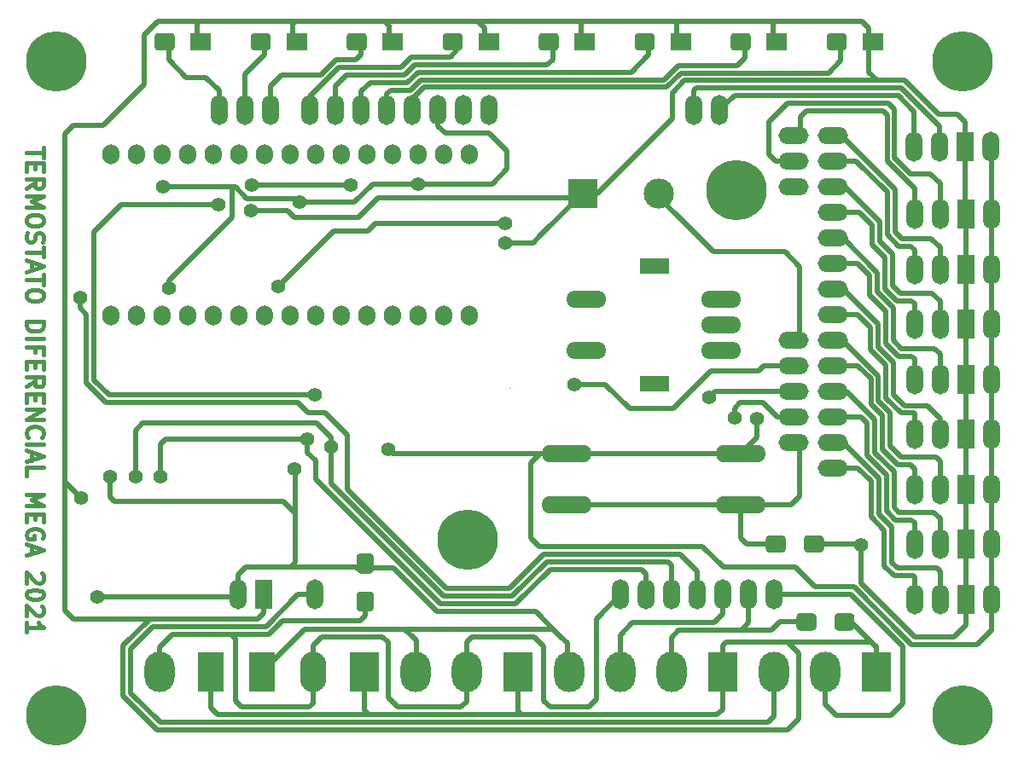
<source format=gbr>
%TF.GenerationSoftware,KiCad,Pcbnew,5.1.10*%
%TF.CreationDate,2021-09-04T21:06:35+02:00*%
%TF.ProjectId,Termostato-Diferencial-Mega,5465726d-6f73-4746-9174-6f2d44696665,rev?*%
%TF.SameCoordinates,PX9048090PY5896390*%
%TF.FileFunction,Copper,L1,Top*%
%TF.FilePolarity,Positive*%
%FSLAX46Y46*%
G04 Gerber Fmt 4.6, Leading zero omitted, Abs format (unit mm)*
G04 Created by KiCad (PCBNEW 5.1.10) date 2021-09-04 21:06:35*
%MOMM*%
%LPD*%
G01*
G04 APERTURE LIST*
%TA.AperFunction,NonConductor*%
%ADD10C,0.400000*%
%TD*%
%TA.AperFunction,NonConductor*%
%ADD11C,0.100000*%
%TD*%
%TA.AperFunction,ComponentPad*%
%ADD12O,1.700000X3.000000*%
%TD*%
%TA.AperFunction,ComponentPad*%
%ADD13R,1.700000X3.000000*%
%TD*%
%TA.AperFunction,ComponentPad*%
%ADD14O,4.000000X1.700000*%
%TD*%
%TA.AperFunction,ComponentPad*%
%ADD15R,3.000000X1.500000*%
%TD*%
%TA.AperFunction,ComponentPad*%
%ADD16O,3.000000X1.700000*%
%TD*%
%TA.AperFunction,ComponentPad*%
%ADD17O,1.700000X2.000000*%
%TD*%
%TA.AperFunction,SMDPad,CuDef*%
%ADD18R,2.000000X1.750000*%
%TD*%
%TA.AperFunction,ComponentPad*%
%ADD19C,6.000000*%
%TD*%
%TA.AperFunction,ComponentPad*%
%ADD20R,3.000000X3.000000*%
%TD*%
%TA.AperFunction,ComponentPad*%
%ADD21O,3.000000X3.000000*%
%TD*%
%TA.AperFunction,ComponentPad*%
%ADD22O,3.000000X4.000000*%
%TD*%
%TA.AperFunction,ComponentPad*%
%ADD23R,2.600000X4.000000*%
%TD*%
%TA.AperFunction,ComponentPad*%
%ADD24O,2.600000X4.000000*%
%TD*%
%TA.AperFunction,ComponentPad*%
%ADD25R,3.000000X4.000000*%
%TD*%
%TA.AperFunction,SMDPad,CuDef*%
%ADD26O,5.000000X1.727200*%
%TD*%
%TA.AperFunction,ViaPad*%
%ADD27C,1.400000*%
%TD*%
%TA.AperFunction,Conductor*%
%ADD28C,0.500000*%
%TD*%
G04 APERTURE END LIST*
D10*
X-46219048Y23888096D02*
X-46219048Y22916667D01*
X-47919048Y23402381D02*
X-46219048Y23402381D01*
X-47028572Y22350000D02*
X-47028572Y21783334D01*
X-47919048Y21540477D02*
X-47919048Y22350000D01*
X-46219048Y22350000D01*
X-46219048Y21540477D01*
X-47919048Y19840477D02*
X-47109524Y20407143D01*
X-47919048Y20811905D02*
X-46219048Y20811905D01*
X-46219048Y20164286D01*
X-46300000Y20002381D01*
X-46380953Y19921429D01*
X-46542858Y19840477D01*
X-46785715Y19840477D01*
X-46947620Y19921429D01*
X-47028572Y20002381D01*
X-47109524Y20164286D01*
X-47109524Y20811905D01*
X-47919048Y19111905D02*
X-46219048Y19111905D01*
X-47433334Y18545239D01*
X-46219048Y17978572D01*
X-47919048Y17978572D01*
X-46219048Y16845239D02*
X-46219048Y16521429D01*
X-46300000Y16359524D01*
X-46461905Y16197620D01*
X-46785715Y16116667D01*
X-47352381Y16116667D01*
X-47676191Y16197620D01*
X-47838096Y16359524D01*
X-47919048Y16521429D01*
X-47919048Y16845239D01*
X-47838096Y17007143D01*
X-47676191Y17169048D01*
X-47352381Y17250000D01*
X-46785715Y17250000D01*
X-46461905Y17169048D01*
X-46300000Y17007143D01*
X-46219048Y16845239D01*
X-47838096Y15469048D02*
X-47919048Y15226191D01*
X-47919048Y14821429D01*
X-47838096Y14659524D01*
X-47757143Y14578572D01*
X-47595239Y14497620D01*
X-47433334Y14497620D01*
X-47271429Y14578572D01*
X-47190477Y14659524D01*
X-47109524Y14821429D01*
X-47028572Y15145239D01*
X-46947620Y15307143D01*
X-46866667Y15388096D01*
X-46704762Y15469048D01*
X-46542858Y15469048D01*
X-46380953Y15388096D01*
X-46300000Y15307143D01*
X-46219048Y15145239D01*
X-46219048Y14740477D01*
X-46300000Y14497620D01*
X-46219048Y14011905D02*
X-46219048Y13040477D01*
X-47919048Y13526191D02*
X-46219048Y13526191D01*
X-47433334Y12554762D02*
X-47433334Y11745239D01*
X-47919048Y12716667D02*
X-46219048Y12150000D01*
X-47919048Y11583334D01*
X-46219048Y11259524D02*
X-46219048Y10288096D01*
X-47919048Y10773810D02*
X-46219048Y10773810D01*
X-46219048Y9397620D02*
X-46219048Y9073810D01*
X-46300000Y8911905D01*
X-46461905Y8750000D01*
X-46785715Y8669048D01*
X-47352381Y8669048D01*
X-47676191Y8750000D01*
X-47838096Y8911905D01*
X-47919048Y9073810D01*
X-47919048Y9397620D01*
X-47838096Y9559524D01*
X-47676191Y9721429D01*
X-47352381Y9802381D01*
X-46785715Y9802381D01*
X-46461905Y9721429D01*
X-46300000Y9559524D01*
X-46219048Y9397620D01*
X-47919048Y6645239D02*
X-46219048Y6645239D01*
X-46219048Y6240477D01*
X-46300000Y5997620D01*
X-46461905Y5835715D01*
X-46623810Y5754762D01*
X-46947620Y5673810D01*
X-47190477Y5673810D01*
X-47514286Y5754762D01*
X-47676191Y5835715D01*
X-47838096Y5997620D01*
X-47919048Y6240477D01*
X-47919048Y6645239D01*
X-47919048Y4945239D02*
X-46219048Y4945239D01*
X-47028572Y3569048D02*
X-47028572Y4135715D01*
X-47919048Y4135715D02*
X-46219048Y4135715D01*
X-46219048Y3326191D01*
X-47028572Y2678572D02*
X-47028572Y2111905D01*
X-47919048Y1869048D02*
X-47919048Y2678572D01*
X-46219048Y2678572D01*
X-46219048Y1869048D01*
X-47919048Y169048D02*
X-47109524Y735715D01*
X-47919048Y1140477D02*
X-46219048Y1140477D01*
X-46219048Y492858D01*
X-46300000Y330953D01*
X-46380953Y250000D01*
X-46542858Y169048D01*
X-46785715Y169048D01*
X-46947620Y250000D01*
X-47028572Y330953D01*
X-47109524Y492858D01*
X-47109524Y1140477D01*
X-47028572Y-559523D02*
X-47028572Y-1126190D01*
X-47919048Y-1369047D02*
X-47919048Y-559523D01*
X-46219048Y-559523D01*
X-46219048Y-1369047D01*
X-47919048Y-2097619D02*
X-46219048Y-2097619D01*
X-47919048Y-3069047D01*
X-46219048Y-3069047D01*
X-47757143Y-4850000D02*
X-47838096Y-4769047D01*
X-47919048Y-4526190D01*
X-47919048Y-4364285D01*
X-47838096Y-4121428D01*
X-47676191Y-3959523D01*
X-47514286Y-3878571D01*
X-47190477Y-3797619D01*
X-46947620Y-3797619D01*
X-46623810Y-3878571D01*
X-46461905Y-3959523D01*
X-46300000Y-4121428D01*
X-46219048Y-4364285D01*
X-46219048Y-4526190D01*
X-46300000Y-4769047D01*
X-46380953Y-4850000D01*
X-47919048Y-5578571D02*
X-46219048Y-5578571D01*
X-47433334Y-6307142D02*
X-47433334Y-7116666D01*
X-47919048Y-6145238D02*
X-46219048Y-6711904D01*
X-47919048Y-7278571D01*
X-47919048Y-8654761D02*
X-47919048Y-7845238D01*
X-46219048Y-7845238D01*
X-47919048Y-10516666D02*
X-46219048Y-10516666D01*
X-47433334Y-11083333D01*
X-46219048Y-11650000D01*
X-47919048Y-11650000D01*
X-47028572Y-12459523D02*
X-47028572Y-13026190D01*
X-47919048Y-13269047D02*
X-47919048Y-12459523D01*
X-46219048Y-12459523D01*
X-46219048Y-13269047D01*
X-46300000Y-14888095D02*
X-46219048Y-14726190D01*
X-46219048Y-14483333D01*
X-46300000Y-14240476D01*
X-46461905Y-14078571D01*
X-46623810Y-13997619D01*
X-46947620Y-13916666D01*
X-47190477Y-13916666D01*
X-47514286Y-13997619D01*
X-47676191Y-14078571D01*
X-47838096Y-14240476D01*
X-47919048Y-14483333D01*
X-47919048Y-14645238D01*
X-47838096Y-14888095D01*
X-47757143Y-14969047D01*
X-47190477Y-14969047D01*
X-47190477Y-14645238D01*
X-47433334Y-15616666D02*
X-47433334Y-16426190D01*
X-47919048Y-15454761D02*
X-46219048Y-16021428D01*
X-47919048Y-16588095D01*
X-46380953Y-18369047D02*
X-46300000Y-18450000D01*
X-46219048Y-18611904D01*
X-46219048Y-19016666D01*
X-46300000Y-19178571D01*
X-46380953Y-19259523D01*
X-46542858Y-19340476D01*
X-46704762Y-19340476D01*
X-46947620Y-19259523D01*
X-47919048Y-18288095D01*
X-47919048Y-19340476D01*
X-46219048Y-20392857D02*
X-46219048Y-20554761D01*
X-46300000Y-20716666D01*
X-46380953Y-20797619D01*
X-46542858Y-20878571D01*
X-46866667Y-20959523D01*
X-47271429Y-20959523D01*
X-47595239Y-20878571D01*
X-47757143Y-20797619D01*
X-47838096Y-20716666D01*
X-47919048Y-20554761D01*
X-47919048Y-20392857D01*
X-47838096Y-20230952D01*
X-47757143Y-20150000D01*
X-47595239Y-20069047D01*
X-47271429Y-19988095D01*
X-46866667Y-19988095D01*
X-46542858Y-20069047D01*
X-46380953Y-20150000D01*
X-46300000Y-20230952D01*
X-46219048Y-20392857D01*
X-46380953Y-21607142D02*
X-46300000Y-21688095D01*
X-46219048Y-21850000D01*
X-46219048Y-22254761D01*
X-46300000Y-22416666D01*
X-46380953Y-22497619D01*
X-46542858Y-22578571D01*
X-46704762Y-22578571D01*
X-46947620Y-22497619D01*
X-47919048Y-21526190D01*
X-47919048Y-22578571D01*
X-47919048Y-24197619D02*
X-47919048Y-23226190D01*
X-47919048Y-23711904D02*
X-46219048Y-23711904D01*
X-46461905Y-23550000D01*
X-46623810Y-23388095D01*
X-46704762Y-23226190D01*
D11*
X50000Y0D02*
G75*
G03*
X50000Y0I-50000J0D01*
G01*
D12*
%TO.P,RELE-3-4,4*%
%TO.N,/PIN10-45*%
X40186400Y-15458900D03*
%TO.P,RELE-3-4,3*%
%TO.N,/PIN10-43*%
X42726400Y-15458900D03*
D13*
%TO.P,RELE-3-4,2*%
%TO.N,GND*%
X45266400Y-15458900D03*
D12*
%TO.P,RELE-3-4,1*%
%TO.N,VCC*%
X47806400Y-15458900D03*
%TD*%
%TO.P,RELE-1-2,4*%
%TO.N,/PIN10-49*%
X40186400Y-20919900D03*
%TO.P,RELE-1-2,3*%
%TO.N,/PIN10-47*%
X42726400Y-20919900D03*
D13*
%TO.P,RELE-1-2,2*%
%TO.N,GND*%
X45266400Y-20919900D03*
D12*
%TO.P,RELE-1-2,1*%
%TO.N,VCC*%
X47806400Y-20919900D03*
%TD*%
%TO.P,PINS5,8*%
%TO.N,Net-(PINS5-Pad8)*%
X-2008800Y27603500D03*
%TO.P,PINS5,7*%
%TO.N,Net-(PINS5-Pad7)*%
X-4548800Y27603500D03*
%TO.P,PINS5,6*%
%TO.N,/PIN5-6*%
X-7088800Y27603500D03*
%TO.P,PINS5,5*%
%TO.N,/PIN5-5*%
X-9628800Y27603500D03*
%TO.P,PINS5,4*%
%TO.N,/PIN5-4*%
X-12168800Y27603500D03*
%TO.P,PINS5,3*%
%TO.N,/PIN5-3*%
X-14708800Y27603500D03*
%TO.P,PINS5,2*%
%TO.N,/PIN5-2*%
X-17248800Y27603500D03*
%TO.P,PINS5,1*%
%TO.N,/PIN5-1*%
X-19788800Y27603500D03*
%TD*%
%TO.P,RELE-5-6,4*%
%TO.N,/PIN10-41*%
X40186400Y-9997900D03*
%TO.P,RELE-5-6,3*%
%TO.N,/PIN10-39*%
X42726400Y-9997900D03*
D13*
%TO.P,RELE-5-6,2*%
%TO.N,GND*%
X45266400Y-9997900D03*
D12*
%TO.P,RELE-5-6,1*%
%TO.N,VCC*%
X47806400Y-9997900D03*
%TD*%
D14*
%TO.P,SW1,5*%
%TO.N,/PIN10-44*%
X21036000Y3750100D03*
%TO.P,SW1,4*%
%TO.N,VCC*%
X21026000Y6300100D03*
%TO.P,SW1,3*%
%TO.N,/PIN10-42*%
X21026000Y8840100D03*
%TO.P,SW1,2*%
%TO.N,VCC*%
X7596000Y8840100D03*
%TO.P,SW1,1*%
%TO.N,/PIN10-40*%
X7596000Y3750100D03*
D15*
%TO.P,SW1,S*%
%TO.N,N/C*%
X14376000Y500100D03*
X14376000Y12120100D03*
%TD*%
D12*
%TO.P,PINS3,8*%
%TO.N,/PIN3-8*%
X26291200Y-20481500D03*
%TO.P,PINS3,7*%
%TO.N,/PIN3-7*%
X23751200Y-20481500D03*
%TO.P,PINS3,6*%
%TO.N,/PIN3-6*%
X21211200Y-20481500D03*
%TO.P,PINS3,5*%
%TO.N,/PIN3-5*%
X18671200Y-20481500D03*
%TO.P,PINS3,4*%
%TO.N,/PIN3-4*%
X16131200Y-20481500D03*
%TO.P,PINS3,3*%
%TO.N,/PIN3-3*%
X13591200Y-20481500D03*
%TO.P,PINS3,2*%
%TO.N,/PIN3-2*%
X11051200Y-20481500D03*
%TD*%
%TO.P,PINS1,8*%
%TO.N,+9V*%
X-19308800Y-20481500D03*
D13*
%TO.P,PINS1,6*%
%TO.N,GND*%
X-24388800Y-20481500D03*
D12*
%TO.P,PINS1,5*%
%TO.N,VCC*%
X-26928800Y-20481500D03*
%TD*%
%TO.P,RELE-7-8,4*%
%TO.N,/PIN10-37*%
X40186400Y-4536900D03*
%TO.P,RELE-7-8,3*%
%TO.N,/PIN10-35*%
X42726400Y-4536900D03*
D13*
%TO.P,RELE-7-8,2*%
%TO.N,GND*%
X45266400Y-4536900D03*
D12*
%TO.P,RELE-7-8,1*%
%TO.N,VCC*%
X47806400Y-4536900D03*
%TD*%
%TO.P,RELE-9-10,4*%
%TO.N,/PIN10-33*%
X40186400Y924100D03*
%TO.P,RELE-9-10,3*%
%TO.N,/PIN10-31*%
X42726400Y924100D03*
D13*
%TO.P,RELE-9-10,2*%
%TO.N,GND*%
X45266400Y924100D03*
D12*
%TO.P,RELE-9-10,1*%
%TO.N,VCC*%
X47806400Y924100D03*
%TD*%
%TO.P,PANTALLA1,4*%
%TO.N,VCC*%
X47745400Y24037100D03*
D13*
%TO.P,PANTALLA1,3*%
%TO.N,GND*%
X45205400Y24037100D03*
D12*
%TO.P,PANTALLA1,2*%
%TO.N,/PIN6-7*%
X42665400Y24037100D03*
%TO.P,PANTALLA1,1*%
%TO.N,/PIN6-8*%
X40125400Y24037100D03*
%TD*%
%TO.P,RELE-15-16,4*%
%TO.N,/PIN10-22*%
X40186400Y17307100D03*
%TO.P,RELE-15-16,3*%
%TO.N,/PIN10-24*%
X42726400Y17307100D03*
D13*
%TO.P,RELE-15-16,2*%
%TO.N,GND*%
X45266400Y17307100D03*
D12*
%TO.P,RELE-15-16,1*%
%TO.N,VCC*%
X47806400Y17307100D03*
%TD*%
%TO.P,RELE-13-14,4*%
%TO.N,/PIN10-25*%
X40186400Y11846100D03*
%TO.P,RELE-13-14,3*%
%TO.N,/PIN10-23*%
X42726400Y11846100D03*
D13*
%TO.P,RELE-13-14,2*%
%TO.N,GND*%
X45266400Y11846100D03*
D12*
%TO.P,RELE-13-14,1*%
%TO.N,VCC*%
X47806400Y11846100D03*
%TD*%
%TO.P,RELE-11-12,4*%
%TO.N,/PIN10-29*%
X40186400Y6385100D03*
%TO.P,RELE-11-12,3*%
%TO.N,/PIN10-27*%
X42726400Y6385100D03*
D13*
%TO.P,RELE-11-12,2*%
%TO.N,GND*%
X45266400Y6385100D03*
D12*
%TO.P,RELE-11-12,1*%
%TO.N,VCC*%
X47806400Y6385100D03*
%TD*%
D16*
%TO.P,PIN10,49*%
%TO.N,/PIN10-49*%
X32110000Y-7910000D03*
%TO.P,PIN10,46*%
%TO.N,/PIN10-46*%
X28170000Y-5370000D03*
%TO.P,PIN10,47*%
%TO.N,/PIN10-47*%
X32110000Y-5370000D03*
%TO.P,PIN10,44*%
%TO.N,/PIN10-44*%
X28170000Y-2830000D03*
%TO.P,PIN10,45*%
%TO.N,/PIN10-45*%
X32110000Y-2830000D03*
%TO.P,PIN10,42*%
%TO.N,/PIN10-42*%
X28170000Y-290000D03*
%TO.P,PIN10,43*%
%TO.N,/PIN10-43*%
X32110000Y-290000D03*
%TO.P,PIN10,40*%
%TO.N,/PIN10-40*%
X28170000Y2250000D03*
%TO.P,PIN10,41*%
%TO.N,/PIN10-41*%
X32110000Y2250000D03*
%TO.P,PIN10,38*%
%TO.N,/PIN10-38*%
X28170000Y4790000D03*
%TO.P,PIN10,39*%
%TO.N,/PIN10-39*%
X32110000Y4790000D03*
%TO.P,PIN10,37*%
%TO.N,/PIN10-37*%
X32110000Y7330000D03*
%TO.P,PIN10,35*%
%TO.N,/PIN10-35*%
X32110000Y9870000D03*
%TO.P,PIN10,33*%
%TO.N,/PIN10-33*%
X32110000Y12410000D03*
%TO.P,PIN10,31*%
%TO.N,/PIN10-31*%
X32110000Y14950000D03*
%TO.P,PIN10,29*%
%TO.N,/PIN10-29*%
X32110000Y17490000D03*
%TO.P,PIN10,27*%
%TO.N,/PIN10-27*%
X32110000Y20030000D03*
%TO.P,PIN10,24*%
%TO.N,/PIN10-24*%
X28170000Y22570000D03*
%TO.P,PIN10,25*%
%TO.N,/PIN10-25*%
X32110000Y22570000D03*
%TO.P,PIN10,22*%
%TO.N,/PIN10-22*%
X28170000Y25110000D03*
%TO.P,PIN10,23*%
%TO.N,/PIN10-23*%
X32110000Y25110000D03*
%TO.P,PIN10,26*%
%TO.N,/PIN10-26*%
X28170000Y20030000D03*
%TD*%
D12*
%TO.P,PINS6,8*%
%TO.N,/PIN6-8*%
X20861200Y27603500D03*
%TO.P,PINS6,7*%
%TO.N,/PIN6-7*%
X18321200Y27603500D03*
%TD*%
D17*
%TO.P,P2,15*%
%TO.N,/DX24*%
X-3978800Y7240500D03*
%TO.P,P2,14*%
%TO.N,/DX23*%
X-6518800Y7240500D03*
%TO.P,P2,13*%
%TO.N,/PIN5-6*%
X-9058800Y7240500D03*
%TO.P,P2,12*%
%TO.N,/DX22*%
X-11598800Y7240500D03*
%TO.P,P2,11*%
%TO.N,/DX21*%
X-14138800Y7240500D03*
%TO.P,P2,10*%
%TO.N,/DX20*%
X-16678800Y7240500D03*
%TO.P,P2,9*%
%TO.N,/DX19*%
X-19218800Y7240500D03*
%TO.P,P2,8*%
%TO.N,/PIN5-6*%
X-21758800Y7240500D03*
%TO.P,P2,7*%
%TO.N,/DX18*%
X-24298800Y7240500D03*
%TO.P,P2,6*%
%TO.N,/DX17*%
X-26838800Y7240500D03*
%TO.P,P2,5*%
%TO.N,/DX16*%
X-29378800Y7240500D03*
%TO.P,P2,4*%
%TO.N,/DX15*%
X-31918800Y7240500D03*
%TO.P,P2,3*%
%TO.N,/PIN5-6*%
X-34458800Y7240500D03*
%TO.P,P2,2*%
%TO.N,/DX14*%
X-36998800Y7240500D03*
%TO.P,P2,1*%
%TO.N,/DX13*%
X-39538800Y7240500D03*
%TD*%
%TO.P,P1,15*%
%TO.N,/DX12*%
X-3978800Y23242500D03*
%TO.P,P1,14*%
%TO.N,/DX11*%
X-6518800Y23242500D03*
%TO.P,P1,13*%
%TO.N,/PIN5-6*%
X-9058800Y23242500D03*
%TO.P,P1,12*%
%TO.N,/DX10*%
X-11598800Y23242500D03*
%TO.P,P1,11*%
%TO.N,/DX9*%
X-14138800Y23242500D03*
%TO.P,P1,10*%
%TO.N,/DX8*%
X-16678800Y23242500D03*
%TO.P,P1,9*%
%TO.N,/DX7*%
X-19218800Y23242500D03*
%TO.P,P1,8*%
%TO.N,/PIN5-6*%
X-21758800Y23242500D03*
%TO.P,P1,7*%
%TO.N,/DX6*%
X-24298800Y23242500D03*
%TO.P,P1,6*%
%TO.N,/DX5*%
X-26838800Y23242500D03*
%TO.P,P1,5*%
%TO.N,/DX4*%
X-29378800Y23242500D03*
%TO.P,P1,4*%
%TO.N,/DX3*%
X-31918800Y23242500D03*
%TO.P,P1,3*%
%TO.N,/PIN5-6*%
X-34458800Y23242500D03*
%TO.P,P1,2*%
%TO.N,/DX2*%
X-36998800Y23242500D03*
%TO.P,P1,1*%
%TO.N,/DX1*%
X-39538800Y23242500D03*
%TD*%
D12*
%TO.P,PINS4,8*%
%TO.N,/PIN4-8*%
X-23718800Y27608500D03*
%TO.P,PINS4,7*%
%TO.N,/PIN4-7*%
X-26258800Y27608500D03*
%TO.P,PINS4,6*%
%TO.N,/PIN4-6*%
X-28798800Y27608500D03*
%TD*%
%TO.P,D2,2*%
%TO.N,/PIN4-7*%
%TA.AperFunction,SMDPad,CuDef*%
G36*
G01*
X-23668600Y34942900D02*
X-23668600Y33892900D01*
G75*
G02*
X-24018600Y33542900I-350000J0D01*
G01*
X-25318600Y33542900D01*
G75*
G02*
X-25668600Y33892900I0J350000D01*
G01*
X-25668600Y34942900D01*
G75*
G02*
X-25318600Y35292900I350000J0D01*
G01*
X-24018600Y35292900D01*
G75*
G02*
X-23668600Y34942900I0J-350000D01*
G01*
G37*
%TD.AperFunction*%
D18*
%TO.P,D2,1*%
%TO.N,GND*%
X-21108600Y34417900D03*
%TD*%
D19*
%TO.P,TORNILLO-1,1*%
%TO.N,N/C*%
X-44987200Y32490400D03*
%TD*%
D20*
%TO.P,SP1,2*%
%TO.N,GND*%
X7262000Y19367000D03*
D21*
%TO.P,SP1,1*%
%TO.N,/PIN10-38*%
X14862000Y19367000D03*
%TD*%
D22*
%TO.P,J1,15*%
%TO.N,/PIN3-2*%
X-34747600Y-28185500D03*
D23*
%TO.P,J1,14*%
%TO.N,GND*%
X-29667600Y-28185500D03*
%TO.P,J1,13*%
%TO.N,VCC*%
X-24587600Y-28185500D03*
D24*
%TO.P,J1,12*%
%TO.N,/PIN3-2*%
X-19507600Y-28185500D03*
D25*
%TO.P,J1,11*%
%TO.N,GND*%
X-14427600Y-28185500D03*
D22*
%TO.P,J1,10*%
%TO.N,VCC*%
X-9347600Y-28185500D03*
%TO.P,J1,9*%
%TO.N,/PIN3-2*%
X-4267600Y-28185500D03*
D25*
%TO.P,J1,8*%
%TO.N,GND*%
X812400Y-28185500D03*
D22*
%TO.P,J1,7*%
%TO.N,VCC*%
X5892400Y-28185500D03*
%TO.P,J1,6*%
%TO.N,/PIN3-6*%
X10972400Y-28185500D03*
%TO.P,J1,5*%
%TO.N,/PIN3-7*%
X16052400Y-28185500D03*
D25*
%TO.P,J1,4*%
%TO.N,GND*%
X21132400Y-28185500D03*
D22*
%TO.P,J1,3*%
%TO.N,+9V*%
X26212400Y-28185500D03*
%TO.P,J1,2*%
%TO.N,/PIN3-8*%
X31292400Y-28185500D03*
D25*
%TO.P,J1,1*%
%TO.N,GND*%
X36372400Y-28185500D03*
%TD*%
D19*
%TO.P,TORNILLO-5,1*%
%TO.N,N/C*%
X-44987200Y-32490400D03*
%TD*%
%TO.P,TORNILLO-6,1*%
%TO.N,N/C*%
X44987200Y-32490400D03*
%TD*%
%TO.P,TORNILLO-4,1*%
%TO.N,N/C*%
X-4166000Y-15052400D03*
%TD*%
%TO.P,TORNILLO-2,1*%
%TO.N,N/C*%
X44987200Y32490400D03*
%TD*%
%TO.P,TORNILLO-3,1*%
%TO.N,N/C*%
X22549000Y19675000D03*
%TD*%
D26*
%TO.P,SW2,1*%
%TO.N,VCC*%
X22926000Y-6480000D03*
%TO.P,SW2,2*%
%TO.N,/PIN10-46*%
X22926000Y-11560000D03*
%TO.P,SW2,1*%
%TO.N,VCC*%
X5654000Y-6480000D03*
%TO.P,SW2,2*%
%TO.N,/PIN10-46*%
X5654000Y-11560000D03*
%TD*%
%TO.P,D5,2*%
%TO.N,/PIN5-2*%
%TA.AperFunction,SMDPad,CuDef*%
G36*
G01*
X4906400Y34942900D02*
X4906400Y33892900D01*
G75*
G02*
X4556400Y33542900I-350000J0D01*
G01*
X3256400Y33542900D01*
G75*
G02*
X2906400Y33892900I0J350000D01*
G01*
X2906400Y34942900D01*
G75*
G02*
X3256400Y35292900I350000J0D01*
G01*
X4556400Y35292900D01*
G75*
G02*
X4906400Y34942900I0J-350000D01*
G01*
G37*
%TD.AperFunction*%
D18*
%TO.P,D5,1*%
%TO.N,GND*%
X7466400Y34417900D03*
%TD*%
%TO.P,RS1,2*%
%TO.N,VCC*%
%TA.AperFunction,SMDPad,CuDef*%
G36*
G01*
X-13823500Y-18377500D02*
X-14796500Y-18377500D01*
G75*
G02*
X-15185000Y-17989000I0J388500D01*
G01*
X-15185000Y-16766000D01*
G75*
G02*
X-14796500Y-16377500I388500J0D01*
G01*
X-13823500Y-16377500D01*
G75*
G02*
X-13435000Y-16766000I0J-388500D01*
G01*
X-13435000Y-17989000D01*
G75*
G02*
X-13823500Y-18377500I-388500J0D01*
G01*
G37*
%TD.AperFunction*%
%TO.P,RS1,1*%
%TO.N,/PIN3-2*%
%TA.AperFunction,SMDPad,CuDef*%
G36*
G01*
X-13823500Y-22162500D02*
X-14796500Y-22162500D01*
G75*
G02*
X-15185000Y-21774000I0J388500D01*
G01*
X-15185000Y-20551000D01*
G75*
G02*
X-14796500Y-20162500I388500J0D01*
G01*
X-13823500Y-20162500D01*
G75*
G02*
X-13435000Y-20551000I0J-388500D01*
G01*
X-13435000Y-21774000D01*
G75*
G02*
X-13823500Y-22162500I-388500J0D01*
G01*
G37*
%TD.AperFunction*%
%TD*%
%TO.P,RKB1,2*%
%TO.N,GND*%
%TA.AperFunction,SMDPad,CuDef*%
G36*
G01*
X29212500Y-15936500D02*
X29212500Y-14963500D01*
G75*
G02*
X29601000Y-14575000I388500J0D01*
G01*
X30824000Y-14575000D01*
G75*
G02*
X31212500Y-14963500I0J-388500D01*
G01*
X31212500Y-15936500D01*
G75*
G02*
X30824000Y-16325000I-388500J0D01*
G01*
X29601000Y-16325000D01*
G75*
G02*
X29212500Y-15936500I0J388500D01*
G01*
G37*
%TD.AperFunction*%
%TO.P,RKB1,1*%
%TO.N,/PIN10-46*%
%TA.AperFunction,SMDPad,CuDef*%
G36*
G01*
X25427500Y-15936500D02*
X25427500Y-14963500D01*
G75*
G02*
X25816000Y-14575000I388500J0D01*
G01*
X27039000Y-14575000D01*
G75*
G02*
X27427500Y-14963500I0J-388500D01*
G01*
X27427500Y-15936500D01*
G75*
G02*
X27039000Y-16325000I-388500J0D01*
G01*
X25816000Y-16325000D01*
G75*
G02*
X25427500Y-15936500I0J388500D01*
G01*
G37*
%TD.AperFunction*%
%TD*%
%TO.P,D8,2*%
%TO.N,/PIN5-5*%
%TA.AperFunction,SMDPad,CuDef*%
G36*
G01*
X33481400Y34942900D02*
X33481400Y33892900D01*
G75*
G02*
X33131400Y33542900I-350000J0D01*
G01*
X31831400Y33542900D01*
G75*
G02*
X31481400Y33892900I0J350000D01*
G01*
X31481400Y34942900D01*
G75*
G02*
X31831400Y35292900I350000J0D01*
G01*
X33131400Y35292900D01*
G75*
G02*
X33481400Y34942900I0J-350000D01*
G01*
G37*
%TD.AperFunction*%
%TO.P,D8,1*%
%TO.N,GND*%
X36041400Y34417900D03*
%TD*%
%TO.P,D7,2*%
%TO.N,/PIN5-4*%
%TA.AperFunction,SMDPad,CuDef*%
G36*
G01*
X23956400Y34942900D02*
X23956400Y33892900D01*
G75*
G02*
X23606400Y33542900I-350000J0D01*
G01*
X22306400Y33542900D01*
G75*
G02*
X21956400Y33892900I0J350000D01*
G01*
X21956400Y34942900D01*
G75*
G02*
X22306400Y35292900I350000J0D01*
G01*
X23606400Y35292900D01*
G75*
G02*
X23956400Y34942900I0J-350000D01*
G01*
G37*
%TD.AperFunction*%
%TO.P,D7,1*%
%TO.N,GND*%
X26516400Y34417900D03*
%TD*%
%TO.P,D6,2*%
%TO.N,/PIN5-3*%
%TA.AperFunction,SMDPad,CuDef*%
G36*
G01*
X14431400Y34942900D02*
X14431400Y33892900D01*
G75*
G02*
X14081400Y33542900I-350000J0D01*
G01*
X12781400Y33542900D01*
G75*
G02*
X12431400Y33892900I0J350000D01*
G01*
X12431400Y34942900D01*
G75*
G02*
X12781400Y35292900I350000J0D01*
G01*
X14081400Y35292900D01*
G75*
G02*
X14431400Y34942900I0J-350000D01*
G01*
G37*
%TD.AperFunction*%
%TO.P,D6,1*%
%TO.N,GND*%
X16991400Y34417900D03*
%TD*%
%TO.P,D4,2*%
%TO.N,/PIN5-1*%
%TA.AperFunction,SMDPad,CuDef*%
G36*
G01*
X-4618600Y34942900D02*
X-4618600Y33892900D01*
G75*
G02*
X-4968600Y33542900I-350000J0D01*
G01*
X-6268600Y33542900D01*
G75*
G02*
X-6618600Y33892900I0J350000D01*
G01*
X-6618600Y34942900D01*
G75*
G02*
X-6268600Y35292900I350000J0D01*
G01*
X-4968600Y35292900D01*
G75*
G02*
X-4618600Y34942900I0J-350000D01*
G01*
G37*
%TD.AperFunction*%
%TO.P,D4,1*%
%TO.N,GND*%
X-2058600Y34417900D03*
%TD*%
%TO.P,D3,2*%
%TO.N,/PIN4-8*%
%TA.AperFunction,SMDPad,CuDef*%
G36*
G01*
X-14143600Y34942900D02*
X-14143600Y33892900D01*
G75*
G02*
X-14493600Y33542900I-350000J0D01*
G01*
X-15793600Y33542900D01*
G75*
G02*
X-16143600Y33892900I0J350000D01*
G01*
X-16143600Y34942900D01*
G75*
G02*
X-15793600Y35292900I350000J0D01*
G01*
X-14493600Y35292900D01*
G75*
G02*
X-14143600Y34942900I0J-350000D01*
G01*
G37*
%TD.AperFunction*%
%TO.P,D3,1*%
%TO.N,GND*%
X-11583600Y34417900D03*
%TD*%
%TO.P,D1,2*%
%TO.N,/PIN4-6*%
%TA.AperFunction,SMDPad,CuDef*%
G36*
G01*
X-33193500Y34942900D02*
X-33193500Y33892900D01*
G75*
G02*
X-33543500Y33542900I-350000J0D01*
G01*
X-34843500Y33542900D01*
G75*
G02*
X-35193500Y33892900I0J350000D01*
G01*
X-35193500Y34942900D01*
G75*
G02*
X-34843500Y35292900I350000J0D01*
G01*
X-33543500Y35292900D01*
G75*
G02*
X-33193500Y34942900I0J-350000D01*
G01*
G37*
%TD.AperFunction*%
%TO.P,D1,1*%
%TO.N,GND*%
X-30633500Y34417900D03*
%TD*%
%TO.P,RAE1,1*%
%TO.N,GND*%
%TA.AperFunction,SMDPad,CuDef*%
G36*
G01*
X34250500Y-22696500D02*
X34250500Y-23669500D01*
G75*
G02*
X33862000Y-24058000I-388500J0D01*
G01*
X32639000Y-24058000D01*
G75*
G02*
X32250500Y-23669500I0J388500D01*
G01*
X32250500Y-22696500D01*
G75*
G02*
X32639000Y-22308000I388500J0D01*
G01*
X33862000Y-22308000D01*
G75*
G02*
X34250500Y-22696500I0J-388500D01*
G01*
G37*
%TD.AperFunction*%
%TO.P,RAE1,2*%
%TO.N,/PIN3-7*%
%TA.AperFunction,SMDPad,CuDef*%
G36*
G01*
X30465500Y-22696500D02*
X30465500Y-23669500D01*
G75*
G02*
X30077000Y-24058000I-388500J0D01*
G01*
X28854000Y-24058000D01*
G75*
G02*
X28465500Y-23669500I0J388500D01*
G01*
X28465500Y-22696500D01*
G75*
G02*
X28854000Y-22308000I388500J0D01*
G01*
X30077000Y-22308000D01*
G75*
G02*
X30465500Y-22696500I0J-388500D01*
G01*
G37*
%TD.AperFunction*%
%TD*%
D27*
%TO.N,VCC*%
X24540000Y-3040000D03*
X-39624000Y-8736600D03*
X-21349000Y-7967000D03*
X-40891000Y-20742000D03*
X-12030000Y-6020000D03*
%TO.N,GND*%
X-25640000Y17630000D03*
X-384000Y14460000D03*
X-42487000Y-10919000D03*
X34870000Y-15530000D03*
%TO.N,/DX5*%
X-28870000Y18270000D03*
X-19260000Y-650000D03*
%TO.N,/DX18*%
X-384000Y16420000D03*
X-22930000Y10120000D03*
%TO.N,/DX17*%
X-25562800Y20220000D03*
X-15740000Y20220000D03*
%TO.N,/PIN5-6*%
X-34340000Y19990000D03*
X-20850000Y18490000D03*
X-33780000Y9920000D03*
X-9060000Y20310000D03*
%TO.N,/PIN10-42*%
X19810000Y-900000D03*
%TO.N,/PIN10-40*%
X6420000Y420000D03*
%TO.N,/PIN10-44*%
X22330000Y-2960000D03*
%TO.N,/PIN3-5*%
X-42600000Y8990000D03*
%TO.N,/PIN3-4*%
X-37086000Y-8747000D03*
X-17710000Y-5786000D03*
%TO.N,/PIN3-3*%
X-20040000Y-5010000D03*
X-34650000Y-8758000D03*
%TD*%
D28*
%TO.N,VCC*%
X-9246000Y-25047000D02*
X-9493500Y-24799500D01*
X-9246000Y-26218000D02*
X-9246000Y-25047000D01*
X-9246000Y-27854000D02*
X-9246000Y-26218000D01*
X-10395000Y-23898000D02*
X-9493500Y-24799500D01*
X-11288000Y-23898000D02*
X-10395000Y-23898000D01*
X22926000Y-6480000D02*
X5654000Y-6480000D01*
X5740000Y-25287000D02*
X5740000Y-28362000D01*
X-39624000Y-9159600D02*
X-39624000Y-10836400D01*
X-39624000Y-8736600D02*
X-39624000Y-10836400D01*
X-39209400Y-11251000D02*
X-39624000Y-10836400D01*
X-34874000Y-11251000D02*
X-39209400Y-11251000D01*
X-34874000Y-11251000D02*
X-26789000Y-11251000D01*
X-40891000Y-20742000D02*
X-26772000Y-20742000D01*
X47806400Y-20919900D02*
X47806400Y-15458900D01*
X47806400Y-15458900D02*
X47806400Y-9997900D01*
X47806400Y-9997900D02*
X47806400Y-4536900D01*
X47806400Y-4536900D02*
X47806400Y924100D01*
X47806400Y924100D02*
X47806400Y6385100D01*
X47806400Y6385100D02*
X47806400Y11846100D01*
X47806400Y11846100D02*
X47806400Y17307100D01*
X47806400Y23976100D02*
X47745400Y24037100D01*
X47806400Y17307100D02*
X47806400Y23976100D01*
X-22393000Y-11251000D02*
X-21248000Y-12396000D01*
X-25728000Y-11251000D02*
X-22393000Y-11251000D01*
X-26789000Y-11251000D02*
X-25728000Y-11251000D01*
X-21248000Y-8181000D02*
X-21248000Y-9600000D01*
X-21248000Y-9600000D02*
X-21248000Y-12396000D01*
X-21248000Y-8068000D02*
X-21349000Y-7967000D01*
X-21248000Y-9600000D02*
X-21248000Y-8068000D01*
X-11288000Y-23898000D02*
X-9022000Y-23898000D01*
X-26928800Y-20481500D02*
X-26928800Y-18508800D01*
X-26928800Y-18508800D02*
X-26120000Y-17700000D01*
X-21248000Y-17268000D02*
X-21680000Y-17700000D01*
X-26120000Y-17700000D02*
X-21680000Y-17700000D01*
X-21248000Y-12396000D02*
X-21248000Y-16118000D01*
X-21248000Y-16118000D02*
X-21248000Y-17268000D01*
X-20300100Y-23898000D02*
X-24587600Y-28185500D01*
X-11288000Y-23898000D02*
X-20300100Y-23898000D01*
X-21680000Y-17700000D02*
X-19060000Y-17700000D01*
X-5582000Y-23898000D02*
X4351000Y-23898000D01*
X-9022000Y-23898000D02*
X-5582000Y-23898000D01*
X-15040000Y-17870000D02*
X-15210000Y-17700000D01*
X-15210000Y-17700000D02*
X-13755320Y-17700000D01*
X-19060000Y-17700000D02*
X-15210000Y-17700000D01*
X-11570000Y-6480000D02*
X-12030000Y-6020000D01*
X5654000Y-6480000D02*
X-11570000Y-6480000D01*
X-14310000Y-17807500D02*
X-11511491Y-17807500D01*
X-6542325Y-22152027D02*
X-6542322Y-22152030D01*
X-7166965Y-22152027D02*
X-6542325Y-22152027D01*
X-11511491Y-17807500D02*
X-7166965Y-22152027D01*
X2605030Y-22152030D02*
X5116500Y-24663500D01*
X-6542322Y-22152030D02*
X2605030Y-22152030D01*
X5116500Y-24663500D02*
X5740000Y-25287000D01*
X4351000Y-23898000D02*
X5116500Y-24663500D01*
X24540000Y-4866000D02*
X22926000Y-6480000D01*
X24540000Y-3040000D02*
X24540000Y-4866000D01*
X47806400Y-23993600D02*
X46390000Y-25410000D01*
X46390000Y-25410000D02*
X39886331Y-25410000D01*
X39886331Y-25410000D02*
X39332320Y-24855990D01*
X19161980Y-15691980D02*
X3011980Y-15691980D01*
X3040000Y-6480000D02*
X5654000Y-6480000D01*
X39332320Y-24855990D02*
X34203821Y-19727490D01*
X34203821Y-19727490D02*
X30307490Y-19727490D01*
X30307490Y-19727490D02*
X28330000Y-17750000D01*
X47806400Y-20919900D02*
X47806400Y-23993600D01*
X28330000Y-17750000D02*
X21220000Y-17750000D01*
X21220000Y-17750000D02*
X19161980Y-15691980D01*
X3011980Y-15691980D02*
X2140000Y-14820000D01*
X2140000Y-14820000D02*
X2140000Y-7380000D01*
X2140000Y-7380000D02*
X3040000Y-6480000D01*
%TO.N,GND*%
X-29667600Y-28185500D02*
X-29667600Y-31716700D01*
X36372400Y-28185500D02*
X36372400Y-27184300D01*
X-23844905Y36455400D02*
X-23852015Y36462510D01*
X-21222100Y36455400D02*
X-23844905Y36455400D01*
X-23852015Y36462510D02*
X-27327090Y36462510D01*
X35661400Y35782100D02*
X34988100Y36455400D01*
X35661400Y34417900D02*
X35661400Y35782100D01*
X-21488600Y36188900D02*
X-21222100Y36455400D01*
X-21488600Y34417900D02*
X-21488600Y36188900D01*
X-11963600Y36061500D02*
X-12357500Y36455400D01*
X-11963600Y34417900D02*
X-11963600Y36061500D01*
X-12357500Y36455400D02*
X-21222100Y36455400D01*
X-2438600Y35794800D02*
X-3099200Y36455400D01*
X-2438600Y34417900D02*
X-2438600Y35794800D01*
X7086400Y36265100D02*
X7276700Y36455400D01*
X7086400Y34417900D02*
X7086400Y36265100D01*
X7276700Y36455400D02*
X-3099200Y36455400D01*
X16611400Y36417100D02*
X16573100Y36455400D01*
X16611400Y34417900D02*
X16611400Y36417100D01*
X16573100Y36455400D02*
X7276700Y36455400D01*
X26136400Y36442900D02*
X26148900Y36455400D01*
X26136400Y34417900D02*
X26136400Y36442900D01*
X26148900Y36455400D02*
X16573100Y36455400D01*
X36244330Y-25519530D02*
X36372400Y-25647600D01*
X36372400Y-28185500D02*
X36372400Y-25647600D01*
X34988100Y36455400D02*
X26148900Y36455400D01*
X914000Y-28108000D02*
X914000Y-27092000D01*
X660000Y-28616000D02*
X660000Y-29378000D01*
X-28970300Y-32414000D02*
X-29667600Y-31716700D01*
X-14427600Y-31989400D02*
X-14003000Y-32414000D01*
X-14427600Y-28185500D02*
X-14427600Y-31989400D01*
X-14003000Y-32414000D02*
X-28970300Y-32414000D01*
X812400Y-28185500D02*
X812400Y-32055400D01*
X812400Y-32055400D02*
X1171000Y-32414000D01*
X1171000Y-32414000D02*
X-14003000Y-32414000D01*
X19845000Y-32414000D02*
X1171000Y-32414000D01*
X-35665710Y-22905710D02*
X-39248110Y-22905710D01*
X-3099200Y36455400D02*
X-12357500Y36455400D01*
X45205400Y17368100D02*
X45266400Y17307100D01*
X45205400Y24037100D02*
X45205400Y17368100D01*
X45266400Y17307100D02*
X45266400Y11846100D01*
X45266400Y11846100D02*
X45266400Y6385100D01*
X45266400Y6385100D02*
X45266400Y924100D01*
X45266400Y924100D02*
X45266400Y-4536900D01*
X45266400Y-4536900D02*
X45266400Y-9997900D01*
X45266400Y-9997900D02*
X45266400Y-15458900D01*
X45266400Y-15458900D02*
X45266400Y-20919900D01*
X32820500Y-23183000D02*
X33907800Y-23183000D01*
X-24388800Y-20481500D02*
X-24388800Y-22338800D01*
X-24955710Y-22905710D02*
X-26275710Y-22905710D01*
X-24388800Y-22338800D02*
X-24955710Y-22905710D01*
X-35665710Y-22905710D02*
X-26275710Y-22905710D01*
X33907800Y-23183000D02*
X35917400Y-25192600D01*
X35917400Y-25192600D02*
X36244330Y-25519530D01*
X21132400Y-25567600D02*
X21132400Y-28185500D01*
X21507400Y-25192600D02*
X21132400Y-25567600D01*
X35917400Y-25192600D02*
X27252600Y-25192600D01*
X27252600Y-25192600D02*
X21507400Y-25192600D01*
X35661400Y31388600D02*
X36480000Y30570000D01*
X35661400Y34417900D02*
X35661400Y31388600D01*
X45205400Y26444600D02*
X45205400Y24037100D01*
X42558831Y27210000D02*
X44440000Y27210000D01*
X39198831Y30570000D02*
X42558831Y27210000D01*
X44440000Y27210000D02*
X45205400Y26444600D01*
X36480000Y30570000D02*
X39198831Y30570000D01*
X-38324010Y-25564010D02*
X-35665710Y-22905710D01*
X-38324010Y-30552321D02*
X-38324010Y-25564010D01*
X-34954311Y-33922020D02*
X-38324010Y-30552321D01*
X27637980Y-33922020D02*
X-34954311Y-33922020D01*
X28740000Y-32820000D02*
X27637980Y-33922020D01*
X28740000Y-26290000D02*
X28740000Y-32820000D01*
X27642600Y-25192600D02*
X28740000Y-26290000D01*
X27252600Y-25192600D02*
X27642600Y-25192600D01*
X21132400Y-28185500D02*
X21132400Y-31867600D01*
X20586000Y-32414000D02*
X19845000Y-32414000D01*
X21132400Y-31867600D02*
X20586000Y-32414000D01*
X2355000Y14460000D02*
X3052500Y15157500D01*
X-384000Y14460000D02*
X2355000Y14460000D01*
X7262000Y19367000D02*
X3052500Y15157500D01*
X34790000Y-15450000D02*
X34870000Y-15530000D01*
X29782500Y-15450000D02*
X34790000Y-15450000D01*
X-44090839Y-9315161D02*
X-42487000Y-10919000D01*
X-44090839Y-7779161D02*
X-44090839Y-22049161D01*
X-44090839Y-7779161D02*
X-44090839Y-9315161D01*
X-43234290Y-22905710D02*
X-40884290Y-22905710D01*
X-44090839Y-22049161D02*
X-43234290Y-22905710D01*
X-39248110Y-22905710D02*
X-40884290Y-22905710D01*
X-36220800Y35087200D02*
X-36220800Y30169200D01*
X-34845490Y36462510D02*
X-36220800Y35087200D01*
X-31013500Y36206500D02*
X-30757490Y36462510D01*
X-31013500Y34417900D02*
X-31013500Y36206500D01*
X-30757490Y36462510D02*
X-34845490Y36462510D01*
X-27327090Y36462510D02*
X-30757490Y36462510D01*
X7262000Y19367000D02*
X8707000Y19367000D01*
X8707000Y19367000D02*
X16150000Y26810000D01*
X16150000Y29350000D02*
X17370000Y30570000D01*
X16150000Y26810000D02*
X16150000Y29350000D01*
X36480000Y30570000D02*
X17370000Y30570000D01*
X45266400Y-20919900D02*
X45266400Y-23499590D01*
X45266400Y-23499590D02*
X44110000Y-24655990D01*
X44110000Y-24655990D02*
X40198651Y-24655990D01*
X40198651Y-24655990D02*
X34870000Y-19327340D01*
X34870000Y-19327340D02*
X34870000Y-18120000D01*
X34870000Y-18120000D02*
X34870000Y-15530000D01*
X-43261678Y26110000D02*
X-44090839Y25280839D01*
X-40280000Y26110000D02*
X-43261678Y26110000D01*
X-44090839Y25280839D02*
X-44090839Y-7779161D01*
X-36220800Y30169200D02*
X-40280000Y26110000D01*
X-14981264Y16960000D02*
X-13031264Y18910000D01*
X-13031264Y18910000D02*
X6805000Y18910000D01*
X6805000Y18910000D02*
X7262000Y19367000D01*
X-19529000Y16960000D02*
X-21360000Y16960000D01*
X-25640000Y17630000D02*
X-22030000Y17630000D01*
X-22030000Y17630000D02*
X-21360000Y16960000D01*
X-19529000Y16960000D02*
X-14981264Y16960000D01*
%TO.N,+9V*%
X-20981598Y-20481500D02*
X-19308800Y-20481500D01*
X-35353390Y-23659720D02*
X-24159818Y-23659720D01*
X-24159818Y-23659720D02*
X-20981598Y-20481500D01*
X-37570000Y-25876330D02*
X-35353390Y-23659720D01*
X-37570000Y-30240000D02*
X-37570000Y-25876330D01*
X-34641990Y-33168010D02*
X-37570000Y-30240000D01*
X25621990Y-33168010D02*
X-34641990Y-33168010D01*
X26212400Y-32577600D02*
X25621990Y-33168010D01*
X26212400Y-28185500D02*
X26212400Y-32577600D01*
%TO.N,/DX5*%
X-41192801Y819131D02*
X-41192801Y15557199D01*
X-39723670Y-650000D02*
X-41192801Y819131D01*
X-19260000Y-650000D02*
X-39723670Y-650000D01*
X-28870000Y18270000D02*
X-38480000Y18270000D01*
X-38480000Y18270000D02*
X-38490000Y18260000D01*
X-41192801Y15557199D02*
X-38490000Y18260000D01*
%TO.N,/DX18*%
X-17448000Y15602000D02*
X-22930000Y10120000D01*
X-384000Y16420000D02*
X-13244000Y16420000D01*
X-14062000Y15602000D02*
X-17448000Y15602000D01*
X-13244000Y16420000D02*
X-14062000Y15602000D01*
%TO.N,/DX17*%
X-25562800Y20220000D02*
X-15740000Y20220000D01*
%TO.N,/PIN5-2*%
X4286400Y33306400D02*
X4286400Y34417900D01*
X3762030Y32152030D02*
X4286400Y32676400D01*
X-9386963Y32152030D02*
X3762030Y32152030D01*
X-10423462Y31115530D02*
X-9386963Y32152030D01*
X4286400Y32676400D02*
X4286400Y33306400D01*
X-16128470Y31115530D02*
X-10423462Y31115530D01*
X-17248800Y29995200D02*
X-16128470Y31115530D01*
X-17248800Y27603500D02*
X-17248800Y29995200D01*
%TO.N,/PIN5-6*%
X-34070000Y19720000D02*
X-34340000Y19990000D01*
X-213000Y21787000D02*
X-1690000Y20310000D01*
X-213000Y23538000D02*
X-213000Y21787000D01*
X-213000Y23538000D02*
X-213000Y22403000D01*
X-1690000Y20310000D02*
X-9060000Y20310000D01*
X-2015000Y25340000D02*
X-6370000Y25340000D01*
X-213000Y23538000D02*
X-2015000Y25340000D01*
X-6370000Y25340000D02*
X-7088800Y26058800D01*
X-7088800Y26058800D02*
X-7088800Y27603500D01*
X-33780000Y9920000D02*
X-33780000Y10670000D01*
X-27470000Y16980000D02*
X-27470000Y19100000D01*
X-26040000Y18850000D02*
X-27180000Y19990000D01*
X-26040000Y18850000D02*
X-21210000Y18850000D01*
X-21210000Y18850000D02*
X-20850000Y18490000D01*
X-27180000Y19990000D02*
X-27570000Y19990000D01*
X-27570000Y19990000D02*
X-34340000Y19990000D01*
X-27470000Y19890000D02*
X-27570000Y19990000D01*
X-27470000Y19100000D02*
X-27470000Y19890000D01*
X-33780000Y10670000D02*
X-27470000Y16980000D01*
X-27470000Y19100000D02*
X-27470000Y19720000D01*
X-15370000Y18490000D02*
X-20850000Y18490000D01*
X-13550000Y20310000D02*
X-15370000Y18490000D01*
X-9060000Y20310000D02*
X-13550000Y20310000D01*
%TO.N,/PIN6-7*%
X42665400Y26037100D02*
X42665400Y24037100D01*
X18533690Y29815990D02*
X38886510Y29815990D01*
X18321200Y29603500D02*
X18533690Y29815990D01*
X38886510Y29815990D02*
X42665400Y26037100D01*
X18321200Y27603500D02*
X18321200Y29603500D01*
%TO.N,/PIN6-8*%
X22319678Y29061978D02*
X20861200Y27603500D01*
X38574192Y29061978D02*
X22319678Y29061978D01*
X40125400Y27510770D02*
X38574192Y29061978D01*
X40125400Y24037100D02*
X40125400Y27510770D01*
%TO.N,/PIN5-5*%
X-9618800Y27973308D02*
X-9618800Y27608500D01*
X32861400Y32541400D02*
X32861400Y34417900D01*
X31644010Y31324010D02*
X32861400Y32541400D01*
X17057679Y31324010D02*
X31644010Y31324010D01*
X15623669Y29890000D02*
X17057679Y31324010D01*
X-8450000Y29890000D02*
X15623669Y29890000D01*
X-9628800Y28711200D02*
X-8450000Y29890000D01*
X-9628800Y27603500D02*
X-9628800Y28711200D01*
%TO.N,/PIN5-4*%
X23336400Y32836400D02*
X23336400Y34417900D01*
X15311349Y30644010D02*
X16745359Y32078020D01*
X16745359Y32078020D02*
X22578020Y32078020D01*
X-8762321Y30644010D02*
X15311349Y30644010D01*
X22578020Y32078020D02*
X23336400Y32836400D01*
X-9798821Y29607510D02*
X-8762321Y30644010D01*
X-11799490Y29607510D02*
X-9798821Y29607510D01*
X-12168800Y29238200D02*
X-11799490Y29607510D01*
X-12168800Y27603500D02*
X-12168800Y29238200D01*
%TO.N,/PIN5-3*%
X13811400Y33131400D02*
X13811400Y34417900D01*
X12078020Y31398020D02*
X13811400Y33131400D01*
X-9074642Y31398020D02*
X12078020Y31398020D01*
X-10111142Y30361520D02*
X-9074642Y31398020D01*
X-13834480Y30361520D02*
X-10111142Y30361520D01*
X-14708800Y29487200D02*
X-13834480Y30361520D01*
X-14708800Y27603500D02*
X-14708800Y29487200D01*
%TO.N,/PIN10-22*%
X40186400Y17307100D02*
X40186400Y18953269D01*
X28870000Y26965000D02*
X28870000Y25110000D01*
X29458960Y27553960D02*
X28870000Y26965000D01*
X37089040Y27553960D02*
X29458960Y27553960D01*
X37472990Y22568679D02*
X37472990Y27170010D01*
X40186400Y19855270D02*
X37472990Y22568679D01*
X37472990Y27170010D02*
X37089040Y27553960D01*
X40186400Y17307100D02*
X40186400Y19855270D01*
%TO.N,/PIN10-24*%
X28821200Y22598500D02*
X26401500Y22598500D01*
X26401500Y22598500D02*
X25740000Y23260000D01*
X41787000Y21283000D02*
X42726400Y20343600D01*
X25740000Y23260000D02*
X25740000Y26460000D01*
X25740000Y26460000D02*
X27587970Y28307970D01*
X42726400Y20343600D02*
X42726400Y17307100D01*
X39825000Y21283000D02*
X38227000Y22881000D01*
X39825000Y21283000D02*
X41787000Y21283000D01*
X38227000Y22881000D02*
X38227000Y27686000D01*
X37605030Y28307970D02*
X27587970Y28307970D01*
X38227000Y27686000D02*
X37605030Y28307970D01*
%TO.N,/PIN10-42*%
X20448500Y-261500D02*
X19810000Y-900000D01*
X28821200Y-261500D02*
X20448500Y-261500D01*
%TO.N,/PIN10-40*%
X6420000Y420000D02*
X9470000Y420000D01*
X9470000Y420000D02*
X11910000Y-2020000D01*
X11910000Y-2020000D02*
X16240000Y-2020000D01*
X19972000Y1712000D02*
X21048000Y1712000D01*
X16240000Y-2020000D02*
X19972000Y1712000D01*
X25246000Y2250000D02*
X24708000Y1712000D01*
X28870000Y2250000D02*
X25246000Y2250000D01*
X24708000Y1712000D02*
X21048000Y1712000D01*
%TO.N,/PIN10-44*%
X28821200Y-2801500D02*
X26581500Y-2801500D01*
X26581500Y-2801500D02*
X25180000Y-1400000D01*
X22330000Y-1950000D02*
X22880000Y-1400000D01*
X22330000Y-2960000D02*
X22330000Y-1950000D01*
X25180000Y-1400000D02*
X22880000Y-1400000D01*
%TO.N,/PIN10-46*%
X22926000Y-11560000D02*
X27977600Y-11560000D01*
X27977600Y-11560000D02*
X28821200Y-10716400D01*
X28821200Y-10716400D02*
X28821200Y-5341500D01*
X19058000Y-11560000D02*
X22926000Y-11560000D01*
X19058000Y-11560000D02*
X5654000Y-11560000D01*
X23530000Y-15450000D02*
X22926000Y-14846000D01*
X26857500Y-15450000D02*
X23530000Y-15450000D01*
X22926000Y-11560000D02*
X22926000Y-14846000D01*
%TO.N,/PIN4-8*%
X-23718800Y29991200D02*
X-23718800Y27608500D01*
X-22590000Y31120000D02*
X-23718800Y29991200D01*
X-18714330Y31120000D02*
X-22590000Y31120000D01*
X-17210781Y32623550D02*
X-18714330Y31120000D01*
X-15246450Y32623550D02*
X-17210781Y32623550D01*
X-14763600Y33106400D02*
X-15246450Y32623550D01*
X-14763600Y34417900D02*
X-14763600Y33106400D01*
%TO.N,/PIN4-7*%
X-24288600Y33159000D02*
X-26258800Y31188800D01*
X-24288600Y34417900D02*
X-24288600Y33159000D01*
X-26258800Y27608500D02*
X-26258800Y31188800D01*
%TO.N,/PIN4-6*%
X-33813500Y32623200D02*
X-33813500Y34417900D01*
X-32085150Y30894850D02*
X-33813500Y32623200D01*
X-28798800Y29558800D02*
X-30134850Y30894850D01*
X-28798800Y27608500D02*
X-28798800Y29558800D01*
X-30134850Y30894850D02*
X-32085150Y30894850D01*
%TO.N,/PIN5-1*%
X-19788800Y28979200D02*
X-19788800Y27603500D01*
X-16898460Y31869540D02*
X-19788800Y28979200D01*
X-10747662Y31869540D02*
X-16898460Y31869540D01*
X-9711162Y32906040D02*
X-10747662Y31869540D01*
X-5873960Y32906040D02*
X-9711162Y32906040D01*
X-5238600Y33541400D02*
X-5873960Y32906040D01*
X-5238600Y34417900D02*
X-5238600Y33541400D01*
%TO.N,/PIN3-8*%
X31778500Y-20481500D02*
X26291200Y-20481500D01*
X33891500Y-20481500D02*
X31778500Y-20481500D01*
X39020000Y-25610000D02*
X33891500Y-20481500D01*
X39020000Y-31270000D02*
X39020000Y-25610000D01*
X32420000Y-32460000D02*
X37830000Y-32460000D01*
X31292400Y-31332400D02*
X32420000Y-32460000D01*
X37830000Y-32460000D02*
X39020000Y-31270000D01*
X31292400Y-28185500D02*
X31292400Y-31332400D01*
%TO.N,/PIN3-7*%
X23751200Y-20481500D02*
X23751200Y-20846307D01*
X16052400Y-28185500D02*
X16052400Y-24784310D01*
X16052400Y-24784310D02*
X16810000Y-24026710D01*
X26827000Y-23183000D02*
X29895500Y-23183000D01*
X25983290Y-24026710D02*
X26827000Y-23183000D01*
X23751200Y-23272220D02*
X22996710Y-24026710D01*
X23751200Y-20481500D02*
X23751200Y-23272220D01*
X22996710Y-24026710D02*
X25983290Y-24026710D01*
X16810000Y-24026710D02*
X22996710Y-24026710D01*
%TO.N,/PIN3-6*%
X21211200Y-22381100D02*
X21211200Y-20481500D01*
X20319600Y-23272700D02*
X21211200Y-22381100D01*
X12237300Y-23272700D02*
X20319600Y-23272700D01*
X10972400Y-24537600D02*
X12237300Y-23272700D01*
X10972400Y-28185500D02*
X10972400Y-24537600D01*
%TO.N,/PIN3-5*%
X18671200Y-18162200D02*
X18671200Y-20481500D01*
X3434010Y-16445990D02*
X16954990Y-16445990D01*
X-6230000Y-19890000D02*
X-10000Y-19890000D01*
X-16120000Y-10000000D02*
X-6230000Y-19890000D01*
X-16120000Y-4590000D02*
X-16120000Y-10000000D01*
X-10000Y-19890000D02*
X3434010Y-16445990D01*
X-18295000Y-2415000D02*
X-16120000Y-4590000D01*
X16954990Y-16445990D02*
X18671200Y-18162200D01*
X-42600000Y8000051D02*
X-41946811Y7346862D01*
X-42600000Y8990000D02*
X-42600000Y8000051D01*
X-41946811Y506810D02*
X-40035991Y-1404010D01*
X-41946811Y7346862D02*
X-41946811Y506810D01*
X-21005990Y-1404010D02*
X-19995000Y-2415000D01*
X-19995000Y-2415000D02*
X-18295000Y-2415000D01*
X-40035991Y-1404010D02*
X-37595990Y-1404010D01*
X-37595990Y-1404010D02*
X-21005990Y-1404010D01*
%TO.N,/PIN3-4*%
X-17710000Y-4873020D02*
X-17710000Y-5786000D01*
X-36388510Y-3466510D02*
X-37086000Y-4164000D01*
X-19116510Y-3466510D02*
X-36388510Y-3466510D01*
X-37086000Y-8747000D02*
X-37086000Y-4164000D01*
X-19116510Y-3466510D02*
X-17710000Y-4873020D01*
X16131200Y-17593200D02*
X16131200Y-20481500D01*
X15738000Y-17200000D02*
X16131200Y-17593200D01*
X-6542321Y-20644010D02*
X302321Y-20644010D01*
X3746330Y-17200000D02*
X15738000Y-17200000D01*
X-17710000Y-9476330D02*
X-6542321Y-20644010D01*
X302321Y-20644010D02*
X3746330Y-17200000D01*
X-17710000Y-5786000D02*
X-17710000Y-9476330D01*
%TO.N,/PIN3-3*%
X-34120000Y-5021000D02*
X-34650000Y-5551000D01*
X-34650000Y-5551000D02*
X-34650000Y-8758000D01*
X-20051000Y-5021000D02*
X-20040000Y-5010000D01*
X-21589000Y-5021000D02*
X-20051000Y-5021000D01*
X-21589000Y-5021000D02*
X-34120000Y-5021000D01*
X13140000Y-17954010D02*
X13591200Y-18405210D01*
X614642Y-21398020D02*
X4058651Y-17954010D01*
X-6854643Y-21398018D02*
X-6230001Y-21398020D01*
X13591200Y-18405210D02*
X13591200Y-20481500D01*
X-6230001Y-21398020D02*
X614642Y-21398020D01*
X-19241330Y-9011330D02*
X-6854643Y-21398018D01*
X-19241330Y-7178670D02*
X-19241330Y-9011330D01*
X4058651Y-17954010D02*
X13140000Y-17954010D01*
X-20040000Y-6380000D02*
X-19241330Y-7178670D01*
X-20040000Y-5010000D02*
X-20040000Y-6380000D01*
%TO.N,/PIN3-2*%
X-27178400Y-26981100D02*
X-27178400Y-26892380D01*
X-23847497Y-24413730D02*
X-22493767Y-23060000D01*
X-34747600Y-28185500D02*
X-34747600Y-25685500D01*
X-34747600Y-25685500D02*
X-34306050Y-25243950D01*
X-34306050Y-25243950D02*
X-33475830Y-24413730D01*
X-27178400Y-24851600D02*
X-27616270Y-24413730D01*
X-27178400Y-26981100D02*
X-27178400Y-24851600D01*
X-27616270Y-24413730D02*
X-23847497Y-24413730D01*
X-33475830Y-24413730D02*
X-27616270Y-24413730D01*
X-19507600Y-31267600D02*
X-19507600Y-28185500D01*
X-19880000Y-31640000D02*
X-19507600Y-31267600D01*
X-19880000Y-31659990D02*
X-19880000Y-31640000D01*
X-26560010Y-31659990D02*
X-19880000Y-31659990D01*
X-27178400Y-31041600D02*
X-26560010Y-31659990D01*
X-27178400Y-26981100D02*
X-27178400Y-31041600D01*
X-4267600Y-31107580D02*
X-4267600Y-28185500D01*
X-4820010Y-31659990D02*
X-4267600Y-31107580D01*
X-11060010Y-31659990D02*
X-4820010Y-31659990D01*
X-12040000Y-25200000D02*
X-12040000Y-30680000D01*
X-12587990Y-24652010D02*
X-12040000Y-25200000D01*
X-18652010Y-24652010D02*
X-12587990Y-24652010D01*
X-19507600Y-25507600D02*
X-18652010Y-24652010D01*
X-12040000Y-30680000D02*
X-11060010Y-31659990D01*
X-19507600Y-28185500D02*
X-19507600Y-25507600D01*
X-4267600Y-25159610D02*
X-4267600Y-28185500D01*
X3394000Y-25584000D02*
X2462010Y-24652010D01*
X3394000Y-31024000D02*
X3394000Y-25584000D01*
X4029990Y-31659990D02*
X3394000Y-31024000D01*
X-3760000Y-24652010D02*
X-4267600Y-25159610D01*
X7910010Y-31659990D02*
X4029990Y-31659990D01*
X8670000Y-30900000D02*
X7910010Y-31659990D01*
X2462010Y-24652010D02*
X-3760000Y-24652010D01*
X8670000Y-22862700D02*
X8670000Y-30900000D01*
X11051200Y-20481500D02*
X8670000Y-22862700D01*
X-22493767Y-23060000D02*
X-15900000Y-23060000D01*
X-14310000Y-20732500D02*
X-14310000Y-22600000D01*
X-14770000Y-23060000D02*
X-15900000Y-23060000D01*
X-14310000Y-22600000D02*
X-14770000Y-23060000D01*
%TO.N,/PIN10-38*%
X20215000Y13563000D02*
X27361000Y13563000D01*
X16742500Y17035500D02*
X20215000Y13563000D01*
X28821200Y7796200D02*
X28821200Y4818500D01*
X27361000Y13563000D02*
X28821200Y12102800D01*
X28821200Y12102800D02*
X28821200Y7796200D01*
X14862000Y18916000D02*
X16742500Y17035500D01*
X14862000Y19367000D02*
X14862000Y18916000D01*
X15092000Y18686000D02*
X16742500Y17035500D01*
%TO.N,/PIN10-45*%
X31361200Y-2801500D02*
X34899488Y-2801500D01*
X34899488Y-2801500D02*
X35350308Y-3252320D01*
X40186400Y-13366400D02*
X40186400Y-15458900D01*
X35350308Y-3252320D02*
X35350308Y-3276639D01*
X35350308Y-3276639D02*
X35497970Y-3424301D01*
X35497970Y-3424301D02*
X35497970Y-6676963D01*
X38297679Y-13054010D02*
X39874010Y-13054010D01*
X35497970Y-6676963D02*
X37405990Y-8584982D01*
X37405990Y-8584982D02*
X37405990Y-12162321D01*
X37405990Y-12162321D02*
X38297679Y-13054010D01*
X39874010Y-13054010D02*
X40186400Y-13366400D01*
%TO.N,/PIN10-43*%
X39510000Y-12300000D02*
X42112800Y-12300000D01*
X42112800Y-12300000D02*
X42726400Y-12913600D01*
X42726400Y-12913600D02*
X42726400Y-15458900D01*
X38780000Y-12300000D02*
X39510000Y-12300000D01*
X39510000Y-12300000D02*
X38610000Y-12300000D01*
X38610000Y-12300000D02*
X38160000Y-11850000D01*
X31361200Y-261500D02*
X33425818Y-261500D01*
X33425818Y-261500D02*
X36104318Y-2940000D01*
X36104318Y-2940000D02*
X36104318Y-2964318D01*
X36104318Y-2964318D02*
X36251980Y-3111980D01*
X36251980Y-3111980D02*
X36251980Y-6364642D01*
X36251980Y-6364642D02*
X38160000Y-8272662D01*
X38160000Y-8272662D02*
X38160000Y-11850000D01*
%TO.N,/PIN10-41*%
X31361200Y2278500D02*
X34521500Y2278500D01*
X34521500Y2278500D02*
X35867970Y932030D01*
X37005990Y-6052321D02*
X38557679Y-7604010D01*
X35867970Y932030D02*
X35867970Y-1566963D01*
X35867970Y-1566963D02*
X37005990Y-2704982D01*
X37005990Y-2704982D02*
X37005990Y-6052321D01*
X39792510Y-7604010D02*
X40186400Y-7997900D01*
X38557679Y-7604010D02*
X39792510Y-7604010D01*
X40186400Y-7997900D02*
X40186400Y-9997900D01*
%TO.N,/PIN10-39*%
X31361200Y4818500D02*
X32021312Y4818500D01*
%TO.N,/PIN10-29*%
X39855510Y8715990D02*
X40186400Y8385100D01*
X40186400Y8385100D02*
X40186400Y6385100D01*
%TO.N,/PIN10-25*%
X38644009Y14115990D02*
X39814010Y14115990D01*
X37515990Y15244009D02*
X38644009Y14115990D01*
X37515990Y19491019D02*
X37515990Y15244009D01*
X31361200Y22598500D02*
X34408509Y22598500D01*
X34408509Y22598500D02*
X37515990Y19491019D01*
X39814010Y14115990D02*
X40186400Y13743600D01*
X40186400Y13743600D02*
X40186400Y11846100D01*
%TO.N,/PIN10-27*%
X42726400Y8683600D02*
X42726400Y6385100D01*
%TO.N,/PIN10-23*%
X31361200Y25138500D02*
X32934839Y25138500D01*
X32934839Y25138500D02*
X38270000Y19803339D01*
X38270000Y15556330D02*
X38956330Y14870000D01*
X38270000Y19803339D02*
X38270000Y15556330D01*
X38956330Y14870000D02*
X41840000Y14870000D01*
X41840000Y14870000D02*
X42726400Y13983600D01*
X42726400Y13983600D02*
X42726400Y11846100D01*
%TO.N,/PIN10-29*%
X31361200Y17518500D02*
X34741500Y17518500D01*
X34741500Y17518500D02*
X36007970Y16252030D01*
X36007970Y16252030D02*
X36007970Y14265699D01*
X36007970Y14265699D02*
X37275990Y12997680D01*
X37275990Y9887678D02*
X38447678Y8715990D01*
X37275990Y12997680D02*
X37275990Y9887678D01*
X38447678Y8715990D02*
X39855510Y8715990D01*
%TO.N,/PIN10-27*%
X31361200Y20058500D02*
X33267831Y20058500D01*
X33267831Y20058500D02*
X36761980Y16564350D01*
X36761980Y16564350D02*
X36761980Y14578020D01*
X41940000Y9470000D02*
X42726400Y8683600D01*
X36761980Y14578020D02*
X38030000Y13310000D01*
X38030000Y13310000D02*
X38030000Y10199999D01*
X38030000Y10199999D02*
X38759999Y9470000D01*
X38759999Y9470000D02*
X41940000Y9470000D01*
%TO.N,/PIN10-33*%
X40186400Y2924100D02*
X39904510Y3205990D01*
X37345990Y4447679D02*
X37345990Y7685019D01*
X35767970Y9263037D02*
X35767970Y11192030D01*
X34521500Y12438500D02*
X31361200Y12438500D01*
X35767970Y11192030D02*
X34521500Y12438500D01*
X40186400Y924100D02*
X40186400Y2924100D01*
X39904510Y3205990D02*
X38587680Y3205990D01*
X38587680Y3205990D02*
X37345990Y4447679D01*
X37345990Y7685019D02*
X35767970Y9263037D01*
%TO.N,/PIN10-39*%
X42726400Y-7266400D02*
X42726400Y-9997900D01*
X42310000Y-6850000D02*
X42726400Y-7266400D01*
X31361200Y4818500D02*
X33047830Y4818500D01*
X33047830Y4818500D02*
X36621980Y1244350D01*
X36621980Y-1254642D02*
X37760000Y-2392662D01*
X36621980Y1244350D02*
X36621980Y-1254642D01*
X37760000Y-2392662D02*
X37760000Y-5740000D01*
X37760000Y-5740000D02*
X38870000Y-6850000D01*
X38870000Y-6850000D02*
X42310000Y-6850000D01*
%TO.N,/PIN10-49*%
X40074010Y-18614010D02*
X40186400Y-18726400D01*
X40186400Y-18726400D02*
X40186400Y-20919900D01*
X38187679Y-18614010D02*
X40074010Y-18614010D01*
X37195990Y-14084983D02*
X37195990Y-17622321D01*
X37195990Y-17622321D02*
X38187679Y-18614010D01*
X35897970Y-12786963D02*
X37195990Y-14084983D01*
X35897970Y-9209623D02*
X35897970Y-12786963D01*
X34569847Y-7881500D02*
X35897970Y-9209623D01*
X31361200Y-7881500D02*
X34569847Y-7881500D01*
%TO.N,/PIN10-47*%
X36651980Y-8897303D02*
X33096177Y-5341500D01*
X33096177Y-5341500D02*
X31361200Y-5341500D01*
X36651980Y-12474642D02*
X36651980Y-8897303D01*
X37950000Y-17310000D02*
X37950000Y-13772662D01*
X37950000Y-13772662D02*
X36651980Y-12474642D01*
X38500000Y-17860000D02*
X37950000Y-17310000D01*
X42430000Y-17860000D02*
X38500000Y-17860000D01*
X42726400Y-18156400D02*
X42430000Y-17860000D01*
X42726400Y-20919900D02*
X42726400Y-18156400D01*
%TO.N,/PIN10-37*%
X31361200Y7358500D02*
X34571500Y7358500D01*
X35837970Y6092030D02*
X35837970Y3823038D01*
X34571500Y7358500D02*
X35837970Y6092030D01*
X40103510Y-2454010D02*
X40186400Y-2536900D01*
X35837970Y3823038D02*
X37375990Y2285018D01*
X40186400Y-2536900D02*
X40186400Y-4536900D01*
X37375990Y2285018D02*
X37375990Y-942321D01*
X37375990Y-942321D02*
X38887680Y-2454010D01*
X38887680Y-2454010D02*
X40103510Y-2454010D01*
%TO.N,/PIN10-35*%
X31361200Y9898500D02*
X33097830Y9898500D01*
X33097830Y9898500D02*
X36591980Y6404350D01*
X36591980Y6404350D02*
X36591980Y4135358D01*
X36591980Y4135358D02*
X38130000Y2597338D01*
X38130000Y2597338D02*
X38130000Y-630000D01*
X38130000Y-630000D02*
X39200000Y-1700000D01*
X39200000Y-1700000D02*
X41460000Y-1700000D01*
X41460000Y-1700000D02*
X42726400Y-2966400D01*
X42726400Y-2966400D02*
X42726400Y-4536900D01*
%TO.N,/PIN10-31*%
X31410000Y14950000D02*
X33076332Y14950000D01*
X42726400Y3393600D02*
X42726400Y924100D01*
X33076332Y14950000D02*
X36521980Y11504351D01*
X36521980Y11504351D02*
X36521980Y9575358D01*
X36521980Y9575358D02*
X38100000Y7997339D01*
X38900000Y3960000D02*
X42160000Y3960000D01*
X38100000Y7997339D02*
X38100000Y4760000D01*
X38100000Y4760000D02*
X38900000Y3960000D01*
X42160000Y3960000D02*
X42726400Y3393600D01*
%TD*%
M02*

</source>
